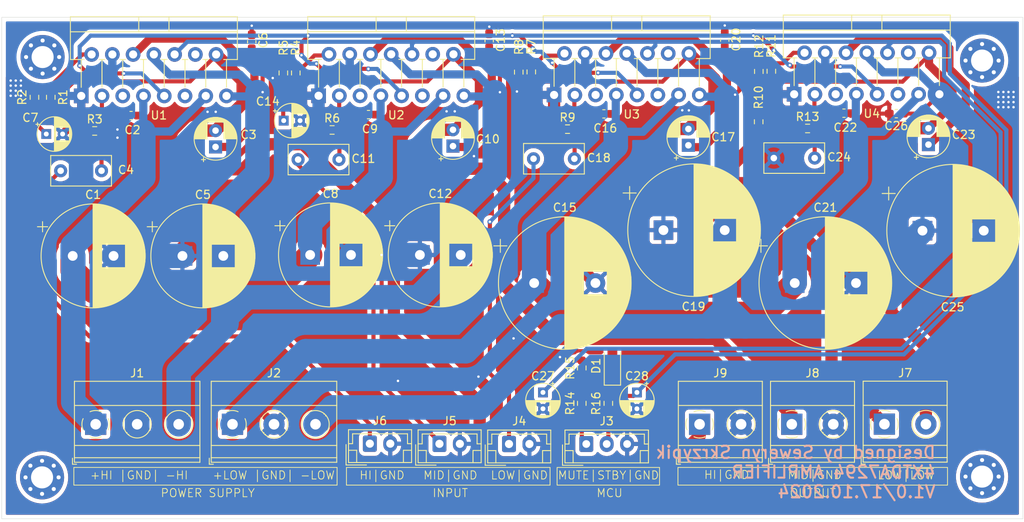
<source format=kicad_pcb>
(kicad_pcb (version 20240108) (generator "pcbnew") (generator_version "8.0")
  (layers (0 "F.Cu" signal) (31 "B.Cu" signal) (34 "B.Paste" user) (35 "F.Paste" user) (36 "B.SilkS" user "B.Silkscreen") (37 "F.SilkS" user "F.Silkscreen") (38 "B.Mask" user) (39 "F.Mask" user) (44 "Edge.Cuts" user))
  (net 0 "")
  (net 2 "Net-(U1-+)")
  (net 4 "GND")
  (net 5 "Net-(U1-BOOT)")
  (net 6 "Net-(U1--)")
  (net 8 "/MUTE")
  (net 9 "/STBY")
  (net 10 "Net-(U2-+)")
  (net 11 "Net-(U2-BOOT)")
  (net 12 "Net-(U3-+)")
  (net 13 "Net-(U3-BOOT)")
  (net 14 "Net-(U4-+)")
  (net 15 "Net-(U4-BOOT)")
  (net 16 "Net-(D1-K)")
  (net 17 "Net-(U2--)")
  (net 18 "Net-(U3--)")
  (net 19 "Net-(U4--)")
  (net 29 "+VS_HI{slash}MID")
  (net 30 "/OUT_HIGH")
  (net 31 "/IN_HIGH")
  (net 32 "-VS_HI{slash}MID")
  (net 33 "Net-(C7-Pad1)")
  (net 34 "/OUT_MID")
  (net 35 "/IN_MID")
  (net 36 "Net-(C14-Pad1)")
  (net 37 "+VS_LOW")
  (net 38 "/OUT_LOW+")
  (net 39 "/IN_LOW")
  (net 40 "-VS_LOW")
  (net 41 "/OUT_LOW-")
  (net 42 "/CTRL_MUTE")
  (net 43 "/CTRL_STBY")
  (footprint "MountingHole:MountingHole_2.7mm_Pad_Via" (layer "F.Cu") (at 122.431891 128.732109)
    (property "Reference" "H1" (hide yes))
    (property "Value" "MountingHole")
  )
  (footprint "MountingHole:MountingHole_2.7mm_Pad_Via" (layer "F.Cu") (at 237.5 128.639)
    (property "Reference" "H3" (hide yes))
    (property "Value" "MountingHole")
  )
  (footprint "Capacitor_THT:CP_Radial_D4.0mm_P2.00mm" (layer "F.Cu") (at 183.75 118.3265 -90)
    (property "Reference" "C27")
    (property "Value" "22uF")
  )
  (footprint "Connector_JST:JST_EH_B2B-EH-A_1x02_P2.50mm_Vertical" (layer "F.Cu") (at 179.59 124.644)
    (property "Reference" "J4")
    (property "Value" "Conn_01x02")
  )
  (footprint "Capacitor_SMD:C_0603_1608Metric_Pad1.08x0.95mm_HandSolder" (layer "F.Cu") (at 177.162742 75.239 -90)
    (property "Reference" "C13")
    (property "Value" "100nF")
  )
  (footprint "Resistor_SMD:R_0603_1608Metric_Pad0.98x0.95mm_HandSolder" (layer "F.Cu") (at 121.5 82.164 90)
    (property "Reference" "R2")
    (property "Value" "680")
  )
  (footprint "Capacitor_THT:C_Rect_L7.2mm_W3.5mm_P5.00mm_FKS2_FKP2_MKS2_MKP2" (layer "F.Cu") (at 124.709959 91.164)
    (property "Reference" "C4")
    (property "Value" "470nF")
  )
  (footprint "Resistor_SMD:R_0603_1608Metric_Pad0.98x0.95mm_HandSolder" (layer "F.Cu") (at 188.5 119.664 90)
    (property "Reference" "R14")
    (property "Value" "10K")
  )
  (footprint "Capacitor_SMD:C_0603_1608Metric_Pad1.08x0.95mm_HandSolder" (layer "F.Cu") (at 220.59416 84.11)
    (property "Reference" "C22")
    (property "Value" "100nF")
  )
  (footprint "Capacitor_THT:C_Rect_L7.2mm_W3.5mm_P5.00mm_FKS2_FKP2_MKS2_MKP2" (layer "F.Cu") (at 182.591959 89.694)
    (property "Reference" "C18")
    (property "Value" "560nF")
  )
  (footprint "Package_TO_SOT_THT:TO-220-15_P2.54x2.54mm_StaggerOdd_Lead4.58mm_Vertical" (layer "F.Cu") (at 156.282701 81.974)
    (property "Reference" "U2")
    (property "Value" "TDA7294")
  )
  (footprint "Capacitor_THT:CP_Radial_D5.0mm_P2.00mm" (layer "F.Cu") (at 172.732701 88.144 90)
    (property "Reference" "C10")
    (property "Value" "22uF")
  )
  (footprint "Capacitor_THT:CP_Radial_D12.5mm_P5.00mm" (layer "F.Cu") (at 139.618 101.598)
    (property "Reference" "C5")
    (property "Value" "1000uF")
  )
  (footprint "Capacitor_THT:CP_Radial_D5.0mm_P2.00mm" (layer "F.Cu") (at 201.549959 88.044 90)
    (property "Reference" "C17")
    (property "Value" "22uF")
  )
  (footprint "TerminalBlock_Phoenix:TerminalBlock_Phoenix_MKDS-1,5-2-5.08_1x02_P5.08mm_Horizontal" (layer "F.Cu") (at 225.545 122.209)
    (property "Reference" "J7")
    (property "Value" "Conn_01x02")
  )
  (footprint "Resistor_SMD:R_0603_1608Metric_Pad0.98x0.95mm_HandSolder" (layer "F.Cu") (at 182.319959 79.0565 90)
    (property "Reference" "R7")
    (property "Value" "22K")
  )
  (footprint "Connector_JST:JST_EH_B2B-EH-A_1x02_P2.50mm_Vertical" (layer "F.Cu") (at 171.075 124.624)
    (property "Reference" "J5")
    (property "Value" "Conn_01x02")
  )
  (footprint "Package_TO_SOT_THT:TO-220-15_P2.54x2.54mm_StaggerOdd_Lead4.58mm_Vertical" (layer "F.Cu") (at 127.227959 81.994)
    (property "Reference" "U1")
    (property "Value" "TDA7294")
  )
  (footprint "Resistor_SMD:R_0603_1608Metric_Pad0.98x0.95mm_HandSolder" (layer "F.Cu") (at 216.14166 85.981)
    (property "Reference" "R13")
    (property "Value" "22K")
  )
  (footprint "Capacitor_THT:CP_Radial_D4.0mm_P2.00mm" (layer "F.Cu") (at 195.25 118.3275 -90)
    (property "Reference" "C28")
    (property "Value" "22uF")
  )
  (footprint "Capacitor_THT:CP_Radial_D5.0mm_P2.00mm" (layer "F.Cu") (at 230.93666 87.96 90)
    (property "Reference" "C23")
    (property "Value" "22uF")
  )
  (footprint "Resistor_SMD:R_0603_1608Metric_Pad0.98x0.95mm_HandSolder" (layer "F.Cu") (at 188.5 115.3265 90)
    (property "Reference" "R15")
    (property "Value" "30K")
  )
  (footprint "Capacitor_THT:CP_Radial_D12.5mm_P5.00mm" (layer "F.Cu") (at 168.682742 101.478)
    (property "Reference" "C12")
    (property "Value" "1000uF")
  )
  (footprint "MountingHole:MountingHole_2.7mm_Pad_Via" (layer "F.Cu") (at 237.5 77.664)
    (property "Reference" "H2" (hide yes))
    (property "Value" "MountingHole")
  )
  (footprint "Capacitor_SMD:C_0603_1608Metric_Pad1.08x0.95mm_HandSolder" (layer "F.Cu") (at 227 84.164)
    (property "Reference" "C26")
    (property "Value" "100nF")
  )
  (footprint "Capacitor_SMD:C_0603_1608Metric_Pad1.08x0.95mm_HandSolder" (layer "F.Cu") (at 148.098 75.359 -90)
    (property "Reference" "C6")
    (property "Value" "100nF")
  )
  (footprint "TerminalBlock_Phoenix:TerminalBlock_Phoenix_MKDS-1,5-3-5.08_1x03_P5.08mm_Horizontal" (layer "F.Cu") (at 145.742742 122.224)
    (property "Reference" "J2")
    (property "Value" "Conn_01x03")
  )
  (footprint "Resistor_SMD:R_0603_1608Metric_Pad0.98x0.95mm_HandSolder" (layer "F.Cu") (at 128.872959 86.285)
    (property "Reference" "R3")
    (property "Value" "22K")
  )
  (footprint "Package_TO_SOT_THT:TO-220-15_P2.54x2.54mm_StaggerOdd_Lead4.58mm_Vertical" (layer "F.Cu") (at 214.49666 81.79)
    (property "Reference" "U4")
    (property "Value" "TDA7294")
  )
  (footprint "Capacitor_THT:C_Rect_L7.2mm_W3.5mm_P5.00mm_FKS2_FKP2_MKS2_MKP2" (layer "F.Cu") (at 153.774701 89.794)
    (property "Reference" "C11")
    (property "Value" "470nF")
  )
  (footprint "Resistor_SMD:R_0603_1608Metric_Pad0.98x0.95mm_HandSolder" (layer "F.Cu") (at 210.152742 85.164 90)
    (property "Reference" "R10")
    (property "Value" "22K")
  )
  (footprint "Resistor_SMD:R_0603_1608Metric_Pad0.98x0.95mm_HandSolder" (layer "F.Cu") (at 157.937701 86.165)
    (property "Reference" "R6")
    (property "Value" "22K")
  )
  (footprint "Package_TO_SOT_THT:TO-220-15_P2.54x2.54mm_StaggerOdd_Lead4.58mm_Vertical" (layer "F.Cu") (at 185.109959 81.874)
    (property "Reference" "U3")
    (property "Value" "TDA7294")
  )
  (footprint "Capacitor_THT:CP_Radial_D12.5mm_P5.00mm" (layer "F.Cu") (at 155.248742 101.478)
    (property "Reference" "C8")
    (property "Value" "1000uF")
  )
  (footprint "Capacitor_SMD:C_0603_1608Metric_Pad1.08x0.95mm_HandSolder" (layer "F.Cu") (at 162.392701 84.284)
    (property "Reference" "C9")
    (property "Value" "100nF")
  )
  (footprint "Capacitor_THT:CP_Radial_D5.0mm_P2.00mm" (layer "F.Cu") (at 143.667959 88.244 90)
    (property "Reference" "C3")
    (property "Value" "22uF")
  )
  (footprint "Capacitor_SMD:C_0603_1608Metric_Pad1.08x0.95mm_HandSolder" (layer "F.Cu") (at 133.327959 84.404)
    (property "Reference" "C2")
    (property "Value" "100nF")
  )
  (footprint "Resistor_SMD:R_0603_1608Metric_Pad0.98x0.95mm_HandSolder" (layer "F.Cu") (at 210.17266 78.996 90)
    (property "Reference" "R12")
    (property "Value" "680")
  )
  (footprint "Diode_SMD:D_SOD-123" (layer "F.Cu") (at 192.25 115.0765 90)
    (property "Reference" "D1")
    (property "Value" "1N4148WT")
  )
  (footprint "Capacitor_THT:C_Rect_L7.2mm_W3.5mm_P5.00mm_FKS2_FKP2_MKS2_MKP2" (layer "F.Cu") (at 212.00666 89.61)
    (property "Reference" "C24")
    (property "Value" "560nF")
  )
  (footprint "Capacitor_SMD:C_0603_1608Metric_Pad1.08x0.95mm_HandSolder" (layer "F.Cu") (at 206 75.164 -90)
    (property "Reference" "C20")
    (property "Value" "100nF")
  )
  (footprint "Capacitor_THT:CP_Radial_D16.0mm_P7.50mm" (layer "F.Cu") (at 230.207246 98.504)
    (property "Reference" "C25")
    (property "Value" "2200uF")
  )
  (footprint "Resistor_SMD:R_0603_1608Metric_Pad0.98x0.95mm_HandSolder" (layer "F.Cu") (at 123.5 82.164 90)
    (property "Reference" "R1")
    (property "Value" "22K")
  )
  (footprint "TerminalBlock_Phoenix:TerminalBlock_Phoenix_MKDS-1,5-2-5.08_1x02_P5.08mm_Horizontal" (layer "F.Cu") (at 202.92 122.224)
    (property "Reference" "J9")
    (property "Value" "Conn_01x02")
  )
  (footprint "TerminalBlock_Phoenix:TerminalBlock_Phoenix_MKDS-1,5-2-5.08_1x02_P5.08mm_Horizontal" (layer "F.Cu") (at 214.205 122.224)
    (property "Reference" "J8")
    (property "Value" "Conn_01x02")
  )
  (footprint "Resistor_SMD:R_0603_1608Metric_Pad0.98x0.95mm_HandSolder" (layer "F.Cu") (at 180.785959 79.08 90)
    (property "Reference" "R8")
    (property "Value" "680")
  )
  (footprint "Resistor_SMD:R_0603_1608Metric_Pad0.98x0.95mm_HandSolder" (layer "F.Cu") (at 211.70666 78.9725 90)
    (property "Reference" "R11")
    (property "Value" "22K")
  )
  (footprint "Capacitor_THT:CP_Radial_D16.0mm_P7.50mm" (layer "F.Cu") (at 214.567246 104.924)
    (property "Reference" "C21")
    (property "Value" "2200uF")
  )
  (footprint "Resistor_SMD:R_0603_1608Metric_Pad0.98x0.95mm_HandSolder" (layer "F.Cu") (at 153.492701 79.18 90)
    (property "Reference" "R4")
    (property "Value" "22K")
  )
  (footprint "Capacitor_SMD:C_0603_1608Metric_Pad1.08x0.95mm_HandSolder" (layer "F.Cu") (at 191.207459 84.194)
    (property "Reference" "C16")
    (property "Value" "100nF")
  )
  (footprint "MountingHole:MountingHole_2.7mm_Pad_Via" (layer "F.Cu") (at 122.5 77.232109)
    (property "Reference" "H4" (hide yes))
    (property "Value" "MountingHole")
  )
  (footprint "Capacitor_THT:CP_Radial_D12.5mm_P5.00mm" (layer "F.Cu") (at 126.184 101.598)
    (property "Reference" "C1")
    (property "Value" "1000uF")
  )
  (footprint "Resistor_SMD:R_0603_1608Metric_Pad0.98x0.95mm_HandSolder" (layer "F.Cu") (at 151.968701 79.18 90)
    (property "Reference" "R5")
    (property "Value" "680")
  )
  (footprint "Connector_JST:JST_EH_B2B-EH-A_1x02_P2.50mm_Vertical" (layer "F.Cu") (at 162.555 124.604)
    (property "Reference" "J6")
    (property "Value" "Conn_01x02")
  )
  (footprint "Resistor_SMD:R_0603_1608Metric_Pad0.98x0.95mm_HandSolder" (layer "F.Cu") (at 191.75 119.664 -90)
    (property "Reference" "R16")
    (property "Value" "22K")
  )
  (footprint "Capacitor_THT:CP_Radial_D4.0mm_P2.00mm" (layer "F.Cu") (at 122.94736 86.664)
    (property "Reference" "C7")
    (property "Value" "22uF")
  )
  (footprint "Resistor_SMD:R_0603_1608Metric_Pad0.98x0.95mm_HandSolder" (layer "F.Cu") (at 186.754959 86.065)
    (property "Reference" "R9")
    (property "Value" "22K")
  )
  (footprint "TerminalBlock_Phoenix:TerminalBlock_Phoenix_MKDS-1,5-3-5.08_1x03_P5.08mm_Horizontal" (layer "F.Cu") (at 128.992742 122.224)
    (property "Reference" "J1")
    (property "Value" "Conn_01x03")
  )
  (footprint "Capacitor_THT:CP_Radial_D16.0mm_P7.50mm" (layer "F.Cu") (at 198.497246 98.444)
    (property "Reference" "C19")
    (property "Value" "2200uF")
  )
  (footprint "Capacitor_THT:CP_Radial_D4.0mm_P2.00mm" (layer "F.Cu") (at 152.012102 85.022)
    (property "Reference" "C14")
    (property "Value" "22uF")
  )
  (footprint "Connector_JST:JST_EH_B3B-EH-A_1x03_P2.50mm_Vertical" (layer "F.Cu") (at 189.05 124.644)
    (property "Reference" "J3")
    (property "Value" "Conn_01x03")
  )
  (footprint "Capacitor_THT:CP_Radial_D16.0mm_P7.50mm" (layer "F.Cu") (at 182.67 104.924)
    (property "Reference" "C15")
    (property "Value" "2200uF")
  )
  (gr_rect (start 185.48 127.514) (end 198.02 129.684) (stroke (width 0.1)) (fill none) (layer "F.SilkS"))
  (gr_rect (start 159.69 127.514) (end 184.62 129.684) (stroke (width 0.1)) (fill none) (layer "F.SilkS"))
  (gr_rect (start 126.32 127.514) (end 158.55 129.684) (stroke (width 0.1)) (fill none) (layer "F.SilkS"))
  (gr_rect (start 200.27 127.514) (end 233.27 129.684) (stroke (width 0.1)) (fill none) (layer "F.SilkS"))
  (gr_rect (start 117.5 72.364) (end 242.5 133.814) (stroke (width 0.05)) (fill none) (layer "Edge.Cuts"))
  (gr_text "Designed by Seweryn Skrzypik\n4XTDA7294 AMPLIFIER\nV1.0/17.10.2024\n\n" (at 231.95 133.794 0) (layer "B.SilkS") (effects (font (size 1.5 1.5) (thickness 0.25) (bold yes)) (justify left bottom mirror)))
  (gr_text "LOW|GND" (at 177.29 129.06 0) (layer "F.SilkS") (effects (font (size 1 1) (thickness 0.1)) (justify left bottom)))
  (gr_text "MUTE|STBY|GND" (at 185.51 129.06 0) (layer "F.SilkS") (effects (font (size 1 1) (thickness 0.1)) (justify left bottom)))
  (gr_text "HI|GND" (at 203.41 129.004 0) (layer "F.SilkS") (effects (font (size 1 1) (thickness 0.1)) (justify left bottom)))
  (gr_text "+LOW |GND| -LOW" (at 143.25 129.06 0) (layer "F.SilkS") (effects (font (size 1 1) (thickness 0.1)) (justify left bottom)))
  (gr_text "INPUT" (at 170.17 131.234 0) (layer "F.SilkS") (effects (font (size 1 1) (thickness 0.1)) (justify left bottom)))
  (gr_text "HI|GND" (at 161.22 129.06 0) (layer "F.SilkS") (effects (font (size 1 1) (thickness 0.1)) (justify left bottom)))
  (gr_text "+HI |GND| -HI" (at 128.25 129.06 0) (layer "F.SilkS") (effects (font (size 1 1) (thickness 0.1)) (justify left bottom)))
  (gr_text "POWER SUPPLY" (at 136.89 131.234 0) (layer "F.SilkS") (effects (font (size 1 1) (thickness 0.1)) (justify left bottom)))
  (gr_text "LOW|~{LOW}" (at 224.65 129.044 0) (layer "F.SilkS") (effects (font (size 1 1) (thickness 0.1)) (justify left bottom)))
  (gr_text "MID|GND" (at 169.04 129.06 0) (layer "F.SilkS") (effects (font (size 1 1) (thickness 0.1)) (justify left bottom)))
  (gr_text "OUTPUT" (at 213.89 131.234 0) (layer "F.SilkS") (effects (font (size 1 1) (thickness 0.1)) (justify left bottom)))
  (gr_text "MCU" (at 190.24 131.234 0) (layer "F.SilkS") (effects (font (size 1 1) (thickness 0.1)) (justify left bottom)))
  (gr_text "MID|GND" (at 213.64 129.024 0) (layer "F.SilkS") (effects (font (size 1 1) (thickness 0.1)) (justify left bottom)))
  (segment (start 129.756959 82.111) (end 129.756959 86.2565) (width 0.5) (layer "F.Cu") (net 2))
  (segment (start 129.756959 86.2565) (end 129.785459 86.285) (width 0.5) (layer "F.Cu") (net 2))
  (segment (start 129.709959 82.092) (end 129.744959 82.057) (width 0.2) (layer "F.Cu") (net 2))
  (segment (start 129.709959 91.164) (end 129.709959 86.3605) (width 0.5) (layer "F.Cu") (net 2))
  (segment (start 129.709959 86.3605) (end 129.785459 86.285) (width 0.5) (layer "F.Cu") (net 2))
  (segment (start 156.937026 98.166284) (end 143.049716 98.166284) (width 3) (layer "F.Cu") (net 4))
  (segment (start 148.098 74.4965) (end 148.098 73.396) (width 0.5) (layer "F.Cu") (net 4))
  (segment (start 180.92 81.454) (end 180.56 81.454) (width 0.5) (layer "F.Cu") (net 4))
  (segment (start 127.227959 81.994) (end 127.227959 84.383401) (width 1) (layer "F.Cu") (net 4))
  (segment (start 180.785959 79.9925) (end 180.785959 81.319959) (width 0.5) (layer "F.Cu") (net 4))
  (segment (start 143.049716 98.166284) (end 139.618 101.598) (width 3) (layer "F.Cu") (net 4))
  (segment (start 210.17266 79.9085) (end 210.17266 80.93666) (width 0.5) (layer "F.Cu") (net 4))
  (segment (start 177.162742 73.531258) (end 177.18 73.514) (width 0.5) (layer "F.Cu") (net 4))
  (segment (start 206 74.3015) (end 206 73.364) (width 0.5) (layer "F.Cu") (net 4))
  (segment (start 177.162742 74.3765) (end 177.162742 73.531258) (width 0.5) (layer "F.Cu") (net 4))
  (segment (start 180.56 81.094) (end 181.34 81.874) (width 0.5) (layer "F.Cu") (net 4))
  (segment (start 160.248742 101.478) (end 156.937026 98.166284) (width 3) (layer "F.Cu") (net 4))
  (segment (start 185.109959 99.863959) (end 190.17 104.924) (width 1.5) (layer "F.Cu") (net 4))
  (segment (start 180.785959 81.319959) (end 180.92 81.454) (width 0.5) (layer "F.Cu") (net 4))
  (segment (start 181.34 81.874) (end 185.109959 81.874) (width 0.5) (layer "F.Cu") (net 4))
  (segment (start 211.026 81.79) (end 214.49666 81.79) (width 0.5) (layer "F.Cu") (net 4))
  (segment (start 180.56 81.454) (end 180.56 81.094) (width 0.5) (layer "F.Cu") (net 4))
  (segment (start 222.067246 99.670586) (end 222.067246 104.924) (width 3) (layer "F.Cu") (net 4))
  (segment (start 210.17266 80.93666) (end 211.026 81.79) (width 0.5) (layer "F.Cu") (net 4))
  (segment (start 127.227959 84.383401) (end 124.94736 86.664) (width 1) (layer "F.Cu") (net 4))
  (segment (start 148.098 73.396) (end 148.1 73.394) (width 0.5) (layer "F.Cu") (net 4))
  (segment (start 212.00666 89.61) (end 222.067246 99.670586) (width 3) (layer "F.Cu") (net 4))
  (segment (start 185.109959 81.874) (end 185.109959 99.863959) (width 1.5) (layer "F.Cu") (net 4))
  (via (at 239.49 82.134) (size 0.6) (drill 0.3) (layers "F.Cu" "B.Cu") (net 4))
  (via (at 240.73 81.514) (size 0.6) (drill 0.3) (layers "F.Cu" "B.Cu") (net 4))
  (via (at 241.35 82.134) (size 0.6) (drill 0.3) (layers "F.Cu" "B.Cu") (net 4))
  (via (at 240.11 82.754) (size 0.6) (drill 0.3) (layers "F.Cu" "B.Cu") (net 4))
  (via (at 119.21 80.114) (size 0.6) (drill 0.3) (layers "F.Cu" "B.Cu") (net 4))
  (via (at 119.84 80.734) (size 0.6) (drill 0.3) (layers "F.Cu" "B.Cu") (net 4))
  (via (at 240.73 82.134) (size 0.6) (drill 0.3) (layers "F.Cu" "B.Cu") (net 4))
  (via (at 131.66 87.114) (size 0.6) (drill 0.3) (layers "F.Cu" "B.Cu") (net 4))
  (via (at 119.84 81.974) (size 0.6) (drill 0.3) (layers "F.Cu" "B.Cu") (net 4))
  (via (at 150.67 79.804) (size 0.6) (drill 0.3) (layers "F.Cu" "B.Cu") (net 4))
  (via (at 163.99 101.478) (size 0.6) (drill 0.3) (layers "F.Cu" "B.Cu") (net 4))
  (via (at 118.59 81.354) (size 0.6) (drill 0.3) (layers "F.Cu" "B.Cu") (net 4))
  (via (at 240.73 83.374) (size 0.6) (drill 0.3) (layers "F.Cu" "B.Cu") (net 4))
  (via (at 118.59 80.114) (size 0.6) (drill 0.3) (layers "F.Cu" "B.Cu") (net 4))
  (via (at 240.11 82.134) (size 0.6) (drill 0.3) (layers "F.Cu" "B.Cu") (net 4))
  (via (at 175.85 116.394) (size 0.6) (drill 0.3) (layers "F.Cu" "B.Cu") (net 4))
  (via (at 119.21 81.974) (size 0.6) (drill 0.3) (layers "F.Cu" "B.Cu") (net 4))
  (via (at 171.95 83.884) (size 0.6) (drill 0.3) (layers "F.Cu" "B.Cu") (net 4))
  (via (at 118.59 81.974) (size 0.6) (drill 0.3) (layers "F.Cu" "B.Cu") (net 4))
  (via (at 240.11 81.514) (size 0.6) (drill 0.3) (layers "F.Cu" "B.Cu") (net 4))
  (via (at 148.1 73.394) (size 0.6) (drill 0.3) (layers "F.Cu" "B.Cu") (net 4))
  (via (at 131.66 86.114) (size 0.6) (drill 0.3) (layers "F.Cu" "B.Cu") (net 4))
  (via (at 180.56 81.454) (size 0.6) (drill 0.3) (layers "F.Cu" "B.Cu") (net 4))
  (via (at 177.18 73.514) (size 0.6) (drill 0.3) (layers "F.Cu" "B.Cu") (net 4))
  (via (at 201.61 83.764) (size 0.6) (drill 0.3) (layers "F.Cu" "B.Cu") (net 4))
  (via (at 119.84 81.354) (size 0.6) (drill 0.3) (layers "F.Cu" "B.Cu") (net 4))
  (via (at 239.49 81.514) (size 0.6) (drill 0.3) (layers "F.Cu" "B.Cu") (net 4))
  (via (at 175.3 89.374) (size 0.6) (drill 0.3) (layers "F.Cu" "B.Cu") (net 4))
  (via (at 240.73 82.754) (size 0.6) (drill 0.3) (layers "F.Cu" "B.Cu") (net 4))
  (via (at 172.95 83.884) (size 0.6) (drill 0.3) (layers "F.Cu" "B.Cu") (net 4))
  (via (at 180.15 111.704) (size 0.6) (drill 0.3) (layers "F.Cu" "B.Cu") (net 4))
  (via (at 166 116.914) (size 0.6) (drill 0.3) (layers "F.Cu" "B.Cu") (net 4))
  (via (at 239.49 83.374) (size 0.6) (drill 0.3) (layers "F.Cu" "B.Cu") (net 4))
  (via (at 119.21 81.354) (size 0.6) (drill 0.3) (layers "F.Cu" "B.Cu") (net 4))
  (via (at 118.59 80.734) (size 0.6) (drill 0.3) (layers "F.Cu" "B.Cu") (net 4))
  (via (at 119.21 80.734) (size 0.6) (drill 0.3) (layers "F.Cu" "B.Cu") (net 4))
  (via (at 185.83 113.994) (size 0.6) (drill 0.3) (layers "F.Cu" "B.Cu") (net 4))
  (via (at 239.49 82.754) (size 0.6) (drill 0.3) (layers "F.Cu" "B.Cu") (net 4))
  (via (at 241.35 82.754) (size 0.6) (drill 0.3) (layers "F.Cu" "B.Cu") (net 4))
  (via (at 206 73.364) (size 0.6) (drill 0.3) (layers "F.Cu" "B.Cu") (net 4))
  (via (at 240.11 83.374) (size 0.6) (drill 0.3) (layers "F.Cu" "B.Cu") (net 4))
  (via (at 200.8 83.754) (size 0.6) (drill 0.3) (layers "F.Cu" "B.Cu") (net 4))
  (via (at 119.84 80.114) (size 0.6) (drill 0.3) (layers "F.Cu" "B.Cu") (net 4))
  (via (at 241.35 81.514) (size 0.6) (drill 0.3) (layers "F.Cu" "B.Cu") (net 4))
  (via (at 143.69 83.944) (size 0.6) (drill 0.3) (layers "F.Cu" "B.Cu") (net 4))
  (via (at 241.35 83.374) (size 0.6) (drill 0.3) (layers "F.Cu" "B.Cu") (net 4))
  (via (at 142.69 83.944) (size 0.6) (drill 0.3) (layers "F.Cu" "B.Cu") (net 4))
  (segment (start 156.282701 81.974) (end 156.282701 80.941299) (width 1) (layer "B.Cu") (net 4))
  (segment (start 214.49666 81.79) (end 214.49666 80.14734) (width 1) (layer "B.Cu") (net 4))
  (segment (start 127.209959 93.954041) (end 127.209959 87.104599) (width 3) (layer "B.Cu") (net 4))
  (segment (start 188.919959 79.424041) (end 188.919959 76.794) (width 1) (layer "B.Cu") (net 4))
  (segment (start 153.464 103.628) (end 158.098742 103.628) (width 1.5) (layer "B.Cu") (net 4))
  (segment (start 129.09 79.374) (end 130.98 79.374) (width 1) (layer "B.Cu") (net 4))
  (segment (start 152.781742 93.261833) (end 152.781742 102.945742) (width 1.5) (layer "B.Cu") (net 4))
  (segment (start 222.067246 104.924) (end 223.787246 104.924) (width 3) (layer "B.Cu") (net 4))
  (segment (start 152.781742 102.945742) (end 153.464 103.628) (width 1.5) (layer "B.Cu") (net 4))
  (segment (start 185.109959 81.874) (end 185.109959 80.894041) (width 1) (layer "B.Cu") (net 4))
  (segment (start 126.481091 126.275091) (end 122.209959 122.003959) (width 3) (layer "B.Cu") (net 4))
  (segment (start 186.55 79.454) (end 188.89 79.454) (width 1) (layer "B.Cu") (net 4))
  (segment (start 156.282701 81.974) (end 156.282701 89.760874) (width 1.5) (layer "B.Cu") (net 4))
  (segment (start 127.227959 81.994) (end 127.227959 81.236041) (width 1) (layer "B.Cu") (net 4))
  (segment (start 218.17 79.334) (end 218.30666 79.19734) (width 1) (layer "B.Cu") (net 4))
  (segment (start 214.49666 80.14734) (end 215.31 79.334) (width 1) (layer "B.Cu") (net 4))
  (segment (start 157.68 79.544) (end 160.04 79.544) (width 1) (layer "B.Cu") (net 4))
  (segment (start 218.30666 79.19734) (end 218.30666 76.71) (width 1) (layer "B.Cu") (net 4))
  (segment (start 160.092701 79.491299) (end 160.092701 76.894) (width 1) (layer "B.Cu") (net 4))
  (segment (start 130.98 79.374) (end 131.037959 79.316041) (width 1) (layer "B.Cu") (net 4))
  (segment (start 131.037959 79.316041) (end 131.037959 76.914) (width 1) (layer "B.Cu") (net 4))
  (segment (start 127.227959 81.236041) (end 129.09 79.374) (width 1) (layer "B.Cu") (net 4))
  (segment (start 136 101.598) (end 134.072742 103.525258) (width 3) (layer "B.Cu") (net 4))
  (segment (start 139.618 101.598) (end 136 101.598) (width 3) (layer "B.Cu") (net 4))
  (segment (start 156.282701 89.760874) (end 152.781742 93.261833) (width 1.5) (layer "B.Cu") (net 4))
  (segment (start 160.248742 101.478) (end 168.682742 101.478) (width 3) (layer "B.Cu") (net 4))
  (segment (start 160.04 79.544) (end 160.092701 79.491299) (width 1) (layer "B.Cu") (net 4))
  (segment (start 122.209959 98.954041) (end 127.209959 93.954041) (width 3) (layer "B.Cu") (net 4))
  (segment (start 215.31 79.334) (end 218.17 79.334) (width 1) (layer "B.Cu") (net 4))
  (segment (start 134.072742 123.371258) (end 131.168909 126.275091) (width 3) (layer "B.Cu") (net 4))
  (segment (start 131.168909 126.275091) (end 126.481091 126.275091) (width 3) (layer "B.Cu") (net 4))
  (segment (start 156.282701 80.941299) (end 157.68 79.544) (width 1) (layer "B.Cu") (net 4))
  (segment (start 158.098742 103.628) (end 160.248742 101.478) (width 1.5) (layer "B.Cu") (net 4))
  (segment (start 122.209959 122.003959) (end 122.209959 98.954041) (width 3) (layer "B.Cu") (net 4))
  (segment (start 136 101.598) (end 131.184 101.598) (width 3) (layer "B.Cu") (net 4))
  (segment (start 185.109959 80.894041) (end 186.55 79.454) (width 1) (layer "B.Cu") (net 4))
  (segment (start 188.89 79.454) (end 188.919959 79.424041) (width 1) (layer "B.Cu") (net 4))
  (segment (start 134.072742 103.525258) (end 134.072742 123.371258) (width 3) (layer "B.Cu") (net 4))
  (segment (start 223.787246 104.924) (end 230.207246 98.504) (width 3) (layer "B.Cu") (net 4))
  (segment (start 148.430959 79.046) (end 144.358959 74.974) (width 1) (layer "F.Cu") (net 5))
  (segment (start 135.623959 74.974) (end 133.566959 77.031) (width 1) (layer "F.Cu") (net 5))
  (segment (start 144.358959 74.974) (end 135.623959 74.974) (width 1) (layer "F.Cu") (net 5))
  (segment (start 148.430959 85.396) (end 148.430959 79.046) (width 1) (layer "F.Cu") (net 5))
  (segment (start 143.667959 88.244) (end 145.582959 88.244) (width 1) (layer "F.Cu") (net 5))
  (segment (start 145.582959 88.244) (end 148.430959 85.396) (width 1) (layer "F.Cu") (net 5))
  (segment (start 127.35 76.914) (end 123.5 80.764) (width 0.5) (layer "F.Cu") (net 6))
  (segment (start 128.497959 76.914) (end 127.35 76.914) (width 0.5) (layer "F.Cu") (net 6))
  (segment (start 123.5 80.764) (end 123.5 81.2515) (width 0.5) (layer "F.Cu") (net 6))
  (segment (start 121.5 81.2515) (end 123.5 81.2515) (width 0.5) (layer "F.Cu") (net 6))
  (segment (start 188.5 114.414) (end 187.6625 114.414) (width 0.5) (layer "F.Cu") (net 8))
  (segment (start 191.2625 114.414) (end 188.5 114.414) (width 0.5) (layer "F.Cu") (net 8))
  (segment (start 192.25 113.4265) (end 191.2625 114.414) (width 0.5) (layer "F.Cu") (net 8))
  (segment (start 187.6625 114.414) (end 183.75 118.3265) (width 0.5) (layer "F.Cu") (net 8))
  (segment (start 138.657959 76.914) (end 140.211959 75.36) (width 0.5) (layer "B.Cu") (net 8))
  (segment (start 197.5 75.36) (end 226.5 75.36) (width 0.5) (layer "B.Cu") (net 8))
  (segment (start 196.539959 76.794) (end 197.5 75.833959) (width 0.5) (layer "B.Cu") (net 8))
  (segment (start 167.712701 75.647299) (end 168 75.36) (width 0.5) (layer "B.Cu") (net 8))
  (segment (start 239.77 86.465624) (end 239.77 100.841716) (width 0.5) (layer "B.Cu") (net 8))
  (segment (start 168 75.36) (end 197.5 75.36) (width 0.5) (layer "B.Cu") (net 8))
  (segment (start 189.1125 112.964) (end 183.75 118.3265) (width 0.5) (layer "B.Cu") (net 8))
  (segment (start 167.712701 76.894) (end 167.712701 75.647299) (width 0.5) (layer "B.Cu") (net 8))
  (segment (start 226.5 75.36) (end 232.346 75.36) (width 0.5) (layer "B.Cu") (net 8))
  (segment (start 140.211959 75.36) (end 168 75.36) (width 0.5) (layer "B.Cu") (net 8))
  (segment (start 227.647716 112.964) (end 189.1125 112.964) (width 0.5) (layer "B.Cu") (net 8))
  (segment (start 225.92666 76.71) (end 225.92666 75.93334) (width 0.5) (layer "B.Cu") (net 8))
  (segment (start 232.346 75.36) (end 232.85 75.864) (width 0.5) (layer "B.Cu") (net 8))
  (segment (start 239.77 100.841716) (end 227.647716 112.964) (width 0.5) (layer "B.Cu") (net 8))
  (segment (start 197.5 75.833959) (end 197.5 75.36) (width 0.5) (layer "B.Cu") (net 8))
  (segment (start 232.85 79.545624) (end 239.77 86.465624) (width 0.5) (layer "B.Cu") (net 8))
  (segment (start 225.92666 75.93334) (end 226.5 75.36) (width 0.5) (layer "B.Cu") (net 8))
  (segment (start 232.85 75.864) (end 232.85 79.545624) (width 0.5) (layer "B.Cu") (net 8))
  (segment (start 214.134626 78.394) (end 220.15 78.394) (width 0.5) (layer "F.Cu") (net 9))
  (segment (start 154.18908 75.47492) (end 154.18908 77.00492) (width 0.5) (layer "F.Cu") (net 9))
  (segment (start 155 74.61) (end 155 74.664) (width 0.5) (layer "F.Cu") (net 9))
  (segment (start 186.12 79.164) (end 190.5 79.164) (width 0.5) (layer "F.Cu") (net 9))
  (segment (start 191.75 118.7515) (end 194.826 118.7515) (width 0.5) (layer "F.Cu") (net 9))
  (segment (start 180 74.61) (end 180.912041 74.61) (width 0.5) (layer "F.Cu") (net 9))
  (segment (start 194.826 118.7515) (end 195.25 118.3275) (width 0.5) (layer "F.Cu") (net 9))
  (segment (start 127.9955 79.2395) (end 127.040331 78.284331) (width 0.5) (layer "F.Cu") (net 9))
  (segment (start 155 74.664) (end 154.18908 75.47492) (width 0.5) (layer "F.Cu") (net 9))
  (segment (start 182.48302 76.180979) (end 182.483021 76.180979) (width 0.5) (layer "F.Cu") (net 9))
  (segment (start 132.449799 79.2395) (end 127.9955 79.2395) (width 0.5) (layer "F.Cu") (net 9))
  (segment (start 162.37 78.674) (end 156.64 78.674) (width 0.5) (layer "F.Cu") (net 9))
  (segment (start 212.00908 76.39492) (end 210.22416 74.61) (width 0.5) (layer "F.Cu") (net 9))
  (segment (start 180.912041 74.61) (end 182.48302 76.180979) (width 0.5) (layer "F.Cu") (net 9))
  (segment (start 213.962974 78.222348) (end 214.134626 78.394) (width 0.5) (layer "F.Cu") (net 9))
  (segment (start 210.22416 74.61) (end 209.5 74.61) (width 0.5) (layer "F.Cu") (net 9))
  (segment (start 184.88 77.924) (end 186.12 79.164) (width 0.5) (layer "F.Cu") (net 9))
  (segment (start 162.38 78.684) (end 162.37 78.674) (width 0.5) (layer "F.Cu") (net 9))
  (segment (start 156.64 78.674) (end 156.01 78.044) (width 0.5) (layer "F.Cu") (net 9))
  (via (at 212.00908 76.39492) (size 0.6) (drill 0.3) (layers "F.Cu" "B.Cu") (net 9))
  (via (at 155 74.61) (size 0.6) (drill 0.3) (layers "F.Cu" "B.Cu") (net 9))
  (via (at 220.15 78.394) (size 0.6) (drill 0.3) (layers "F.Cu" "B.Cu") (net 9))
  (via (at 182.483021 76.180979) (size 0.6) (drill 0.3) (layers "F.Cu" "B.Cu") (net 9))
  (via (at 154.18908 77.00492) (size 0.6) (drill 0.3) (layers "F.Cu" "B.Cu") (net 9))
  (via (at 162.38 78.684) (size 0.6) (drill 0.3) (layers "F.Cu" "B.Cu") (net 9))
  (via (at 190.5 79.164) (size 0.6) (drill 0.3) (layers "F.Cu" "B.Cu") (net 9))
  (via (at 184.88 77.924) (size 0.6) (drill 0.3) (layers "F.Cu" "B.Cu") (net 9))
  (via (at 156.01 78.044) (size 0.6) (drill 0.3) (layers "F.Cu" "B.Cu") (net 9))
  (via (at 213.962974 78.222348) (size 0.6) (drill 0.3) (layers "F.Cu" "B.Cu") (net 9))
  (via (at 180 74.61) (size 0.6) (drill 0.3) (layers "F.Cu" "B.Cu") (net 9))
  (via (at 132.449799 79.2395) (size 0.6) (drill 0.3) (layers "F.Cu" "B.Cu") (net 9))
  (via (at 127.040331 78.284331) (size 0.6) (drill 0.3) (layers "F.Cu" "B.Cu") (net 9))
  (via (at 209.5 74.61) (size 0.6) (drill 0.3) (layers "F.Cu" "B.Cu") (net 9))
  (segment (start 233.55 75.57405) (end 233.55 79.255674) (width 0.5) (layer "B.Cu") (net 9))
  (segment (start 154.18908 77.00492) (end 155.22816 78.044) (width 0.5) (layer "B.Cu") (net 9))
  (segment (start 155 74.61) (end 128.374 74.61) (width 0.5) (layer "B.Cu") (net 9))
  (segment (start 155.22816 78.044) (end 156.01 78.044) (width 0.5) (layer "B.Cu") (net 9))
  (segment (start 195.216041 81.433641) (end 195.216041 81.664) (width 0.5) (layer "B.Cu") (net 9))
  (segment (start 232.58595 74.61) (end 233.55 75.57405) (width 0.5) (layer "B.Cu") (net 9))
  (segment (start 163.4496 78.684) (end 166.502721 81.737121) (width 0.5) (layer "B.Cu") (net 9))
  (segment (start 213.836508 78.222348) (end 213.962974 78.222348) (width 0.5) (layer "B.Cu") (net 9))
  (segment (start 233.55 79.255674) (end 240.47 86.175674) (width 0.5) (layer "B.Cu") (net 9))
  (segment (start 182.88908 76.587038) (end 182.483021 76.180979) (width 0.5) (layer "B.Cu") (net 9))
  (segment (start 199.9135 113.664) (end 195.25 118.3275) (width 0.5) (layer "B.Cu") (net 9))
  (segment (start 192.8596 79.164) (end 195.202721 81.507121) (width 0.5) (layer "B.Cu") (net 9))
  (segment (start 221.5896 78.394) (end 224.702721 81.507121) (width 0.5) (layer "B.Cu") (net 9))
  (segment (start 155 74.61) (end 209.5 74.61) (width 0.5) (layer "B.Cu") (net 9))
  (segment (start 162.38 78.684) (end 163.4496 78.684) (width 0.5) (layer "B.Cu") (net 9))
  (segment (start 183.543038 76.587038) (end 182.88908 76.587038) (width 0.5) (layer "B.Cu") (net 9))
  (segment (start 134.633459 79.2395) (end 137.387959 81.994) (width 0.5) (layer "B.Cu") (net 9))
  (segment (start 127.040331 75.943669) (end 127.040331 78.284331) (width 0.5) (layer "B.Cu") (net 9))
  (segment (start 224.702721 81.507121) (end 224.702721 81.974) (width 0.5) (layer "B.Cu") (net 9))
  (segment (start 220.15 78.394) (end 221.5896 78.394) (width 0.5) (layer "B.Cu") (net 9))
  (segment (start 212.00908 76.39492) (end 213.836508 78.222348) (width 0.5) (layer "B.Cu") (net 9))
  (segment (start 154.18908 77.00492) (end 154.456201 77.272041) (width 0.5) (layer "B.Cu") (net 9))
  (segment (start 132.449799 79.2395) (end 134.633459 79.2395) (width 0.5) (layer "B.Cu") (net 9))
  (segment (start 128.374 74.61) (end 127.040331 75.943669) (width 0.5) (layer "B.Cu") (net 9))
  (segment (start 192.8596 79.164) (end 190.5 79.164) (width 0.5) (layer "B.Cu") (net 9))
  (segment (start 240.47 86.175674) (end 240.47 101.131666) (width 0.5) (layer "B.Cu") (net 9))
  (segment (start 184.88 77.924) (end 183.543038 76.587038) (width 0.5) (layer "B.Cu") (net 9))
  (segment (start 227.937666 113.664) (end 199.9135 113.664) (width 0.5) (layer "B.Cu") (net 9))
  (segment (start 240.47 101.131666) (end 227.937666 113.664) (width 0.5) (layer "B.Cu") (net 9))
  (segment (start 209.5 74.61) (end 232.58595 74.61) (width 0.5) (layer "B.Cu") (net 9))
  (segment (start 158.833201 86.292) (end 158.833201 89.8455) (width 0.5) (layer "F.Cu") (net 10))
  (segment (start 158.804701 82.118) (end 158.804701 86.2635) (width 0.5) (layer "F.Cu") (net 10))
  (segment (start 158.757701 82.099) (end 158.792701 82.064) (width 0.2) (layer "F.Cu") (net 10))
  (segment (start 158.833201 89.8455) (end 158.757701 89.921) (width 0.5) (layer "F.Cu") (net 10))
  (segment (start 158.804701 86.2635) (end 158.833201 86.292) (width 0.5) (layer "F.Cu") (net 10))
  (segment (start 174.630701 88.251) (end 177.478701 85.403) (width 1) (layer "F.Cu") (net 11))
  (segment (start 177.478701 85.403) (end 177.478701 79.053) (width 1) (layer "F.Cu") (net 11))
  (segment (start 172.715701 88.251) (end 174.630701 88.251) (width 1) (layer "F.Cu") (net 11))
  (segment (start 164.671701 74.981) (end 162.614701 77.038) (width 1) (layer "F.Cu") (net 11))
  (segment (start 171.402742 74.981) (end 164.671701 74.981) (width 1) (layer "F.Cu") (net 11))
  (segment (start 173.406701 74.981) (end 171.402742 74.981) (width 1) (layer "F.Cu") (net 11))
  (segment (start 177.478701 79.053) (end 173.406701 74.981) (width 1) (layer "F.Cu") (net 11))
  (segment (start 187.620541 86.317) (end 187.620541 89.8705) (width 0.5) (layer "F.Cu") (net 12))
  (segment (start 187.592041 82.143) (end 187.592041 86.2885) (width 0.5) (layer "F.Cu") (net 12))
  (segment (start 187.592041 86.2885) (end 187.620541 86.317) (width 0.5) (layer "F.Cu") (net 12))
  (segment (start 187.545041 82.124) (end 187.580041 82.089) (width 0.2) (layer "F.Cu") (net 12))
  (segment (start 187.620541 89.8705) (end 187.545041 89.946) (width 0.5) (layer "F.Cu") (net 12))
  (segment (start 202.194041 75.006) (end 193.459041 75.006) (width 1) (layer "F.Cu") (net 13))
  (segment (start 193.459041 75.006) (end 191.402041 77.063) (width 1) (layer "F.Cu") (net 13))
  (segment (start 206.266041 85.428) (end 206.266041 79.078) (width 1) (layer "F.Cu") (net 13))
  (segment (start 201.503041 88.276) (end 203.418041 88.276) (width 1) (layer "F.Cu") (net 13))
  (segment (start 203.418041 88.276) (end 206.266041 85.428) (width 1) (layer "F.Cu") (net 13))
  (segment (start 206.266041 79.078) (end 202.194041 75.006) (width 1) (layer "F.Cu") (net 13))
  (segment (start 217.007242 89.8705) (end 216.931742 89.946) (width 0.5) (layer "F.Cu") (net 14))
  (segment (start 217.007242 86.317) (end 217.007242 89.8705) (width 0.5) (layer "F.Cu") (net 14))
  (segment (start 216.978742 82.143) (end 216.978742 86.2885) (width 0.5) (layer "F.Cu") (net 14))
  (segment (start 216.931742 82.124) (end 216.966742 82.089) (width 0.2) (layer "F.Cu") (net 14))
  (segment (start 216.978742 86.2885) (end 217.007242 86.317) (width 0.5) (layer "F.Cu") (net 14))
  (segment (start 235.5 80.664) (end 233.5 78.664) (width 1) (layer "F.Cu") (net 15))
  (segment (start 230.93666 87.96) (end 231.057981 87.96) (width 1) (layer "F.Cu") (net 15))
  (segment (start 232.446 75.11) (end 222.44666 75.11) (width 1) (layer "F.Cu") (net 15))
  (segment (start 233.5 76.164) (end 232.446 75.11) (width 1) (layer "F.Cu") (net 15))
  (segment (start 231.057981 87.96) (end 235.5 83.517981) (width 1) (layer "F.Cu") (net 15))
  (segment (start 235.5 83.517981) (end 235.5 80.664) (width 1) (layer "F.Cu") (net 15))
  (segment (start 233.5 78.664) (end 233.5 76.164) (width 1) (layer "F.Cu") (net 15))
  (segment (start 222.44666 75.11) (end 220.84666 76.71) (width 1) (layer "F.Cu") (net 15))
  (segment (start 188.5 118.7515) (end 188.5 116.239) (width 0.5) (layer "F.Cu") (net 16))
  (segment (start 190.7625 116.7265) (end 190.275 116.239) (width 0.5) (layer "F.Cu") (net 16))
  (segment (start 192.25 116.7265) (end 190.7625 116.7265) (width 0.5) (layer "F.Cu") (net 16))
  (segment (start 190.275 116.239) (end 188.5 116.239) (width 0.5) (layer "F.Cu") (net 16))
  (segment (start 155.778742 77.038) (end 157.534701 77.038) (width 0.5) (layer "F.Cu") (net 17))
  (segment (start 151.951701 78.3945) (end 154.422242 78.3945) (width 0.5) (layer "F.Cu") (net 17))
  (segment (start 154.422242 78.3945) (end 155.778742 77.038) (width 0.5) (layer "F.Cu") (net 17))
  (segment (start 183.861 77.063) (end 186.322041 77.063) (width 0.5) (layer "F.Cu") (net 18))
  (segment (start 182.5045 78.4195) (end 183.861 77.063) (width 0.5) (layer "F.Cu") (net 18))
  (segment (start 180.739041 78.4195) (end 182.5045 78.4195) (width 0.5) (layer "F.Cu") (net 18))
  (segment (start 209.24766 83.346418) (end 210.152742 84.2515) (width 0.5) (layer "F.Cu") (net 19))
  (segment (start 210.551242 77.994) (end 213.130661 77.994) (width 0.5) (layer "F.Cu") (net 19))
  (segment (start 215.76666 76.71) (end 215.76666 77.005082) (width 0.5) (layer "F.Cu") (net 19))
  (segment (start 215.76666 77.005082) (end 215.708742 77.063) (width 0.5) (layer "F.Cu") (net 19))
  (segment (start 214.414661 76.71) (end 215.76666 76.71) (width 0.5) (layer "F.Cu") (net 19))
  (segment (start 209.24766 79.0085) (end 209.24766 83.346418) (width 0.5) (layer "F.Cu") (net 19))
  (segment (start 210.17266 78.0835) (end 209.24766 79.0085) (width 0.5) (layer "F.Cu") (net 19))
  (segment (start 213.130661 77.994) (end 214.414661 76.71) (width 0.5) (layer "F.Cu") (net 19))
  (segment (start 128.739 105.914) (end 150.812742 105.914) (width 3) (layer "F.Cu") (net 29))
  (segment (start 126.184 103.359) (end 128.739 105.914) (width 3) (layer "F.Cu") (net 29))
  (segment (start 150.812742 105.914) (end 155.248742 101.478) (width 3) (layer "F.Cu") (net 29))
  (segment (start 163.884701 83.7645) (end 163.238201 84.411) (width 0.5) (layer "F.Cu") (net 29))
  (segment (start 163.884701 82.118) (end 163.884701 83.7645) (width 0.5) (layer "F.Cu") (net 29))
  (segment (start 134.836959 83.7575) (end 134.190459 84.404) (width 0.5) (layer "F.Cu") (net 29))
  (segment (start 134.836959 82.111) (end 134.836959 83.7575) (width 0.5) (layer "F.Cu") (net 29))
  (segment (start 126.184 101.598) (end 126.184 103.359) (width 3) (layer "F.Cu") (net 29))
  (segment (start 126.184 101.598) (end 126.184 100.359959) (width 3) (layer "B.Cu") (net 29))
  (segment (start 126.184 101.598) (end 126.25 101.664) (width 3) (layer "B.Cu") (net 29))
  (segment (start 131.781959 94.994) (end 134.829959 91.946) (width 3) (layer "B.Cu") (net 29))
  (segment (start 163.877701 91.953) (end 160.829701 95.001) (width 3) (layer "B.Cu") (net 29))
  (segment (start 126.184 100.359959) (end 131.549959 94.994) (width 3) (layer "B.Cu") (net 29))
  (segment (start 155.231742 97.550959) (end 155.231742 100.085) (width 3) (layer "B.Cu") (net 29))
  (segment (start 160.829701 95.001) (end 157.781701 95.001) (width 3) (layer "B.Cu") (net 29))
  (segment (start 163.877701 86.365) (end 163.877701 91.953) (width 3) (layer "B.Cu") (net 29))
  (segment (start 134.422459 81.6965) (end 134.836959 82.111) (width 0.5) (layer "B.Cu") (net 29))
  (segment (start 163.470201 81.7035) (end 163.884701 82.118) (width 0.5) (layer "B.Cu") (net 29))
  (segment (start 131.549959 94.994) (end 131.781959 94.994) (width 3) (layer "B.Cu") (net 29))
  (segment (start 134.824959 86.353) (end 134.824959 82.057) (width 1) (layer "B.Cu") (net 29))
  (segment (start 134.829959 91.946) (end 134.829959 86.358) (width 3) (layer "B.Cu") (net 29))
  (segment (start 138.143959 86.358) (end 134.829959 86.358) (width 1) (layer "B.Cu") (net 29))
  (segment (start 134.829959 86.358) (end 134.824959 86.353) (width 1) (layer "B.Cu") (net 29))
  (segment (start 157.781701 95.001) (end 155.231742 97.550959) (width 3) (layer "B.Cu") (net 29))
  (segment (start 163.877701 86.365) (end 163.872701 86.36) (width 1) (layer "B.Cu") (net 29))
  (segment (start 163.872701 86.36) (end 163.872701 82.064) (width 1) (layer "B.Cu") (net 29))
  (segment (start 126.25 119.481258) (end 128.992742 122.224) (width 3) (layer "B.Cu") (net 29))
  (segment (start 126.25 101.664) (end 126.25 119.481258) (width 3) (layer "B.Cu") (net 29))
  (segment (start 171.492701 82.064) (end 167.191701 86.365) (width 1) (layer "B.Cu") (net 29))
  (segment (start 142.444959 82.057) (end 138.143959 86.358) (width 1) (layer "B.Cu") (net 29))
  (segment (start 167.191701 86.365) (end 163.877701 86.365) (width 1) (layer "B.Cu") (net 29))
  (segment (start 202.92 123.664) (end 202.92 122.224) (width 1.5) (layer "F.Cu") (net 30))
  (segment (start 146.980959 82.931) (end 146.980959 80.157) (width 1.5) (layer "F.Cu") (net 30))
  (segment (start 176 119.611767) (end 173.82 117.431767) (width 1.5) (layer "F.Cu") (net 30))
  (segment (start 123.5 83.0765) (end 126.364 80.2125) (width 0.5) (layer "F.Cu") (net 30))
  (segment (start 140.545459 80.2125) (end 142.046979 78.710979) (width 0.5) (layer "F.Cu") (net 30))
  (segment (start 154.402742 87.914) (end 150.117959 87.914) (width 1.5) (layer "F.Cu") (net 30))
  (segment (start 140.1568 89.7728) (end 140.1568 87.309) (width 1.5) (layer "F.Cu") (net 30))
  (segment (start 176 127.424) (end 176 119.611767) (width 1.5) (layer "F.Cu") (net 30))
  (segment (start 165.5 99.011258) (end 154.402742 87.914) (width 1.5) (layer "F.Cu") (net 30))
  (segment (start 147.039959 90.992) (end 141.376 90.992) (width 1.5) (layer "F.Cu") (net 30))
  (segment (start 150.117959 87.914) (end 147.039959 90.992) (width 1.5) (layer "F.Cu") (net 30))
  (segment (start 126.364 80.2125) (end 127 80.2125) (width 0.5) (layer "F.Cu") (net 30))
  (segment (start 173.82 117.431767) (end 173.82 117.414) (width 1.5) (layer "F.Cu") (net 30))
  (segment (start 140.545458 80.2125) (end 142.046979 78.710979) (width 0.5) (layer "F.Cu") (net 30))
  (segment (start 173.82 117.414) (end 165.5 109.094) (width 1.5) (layer "F.Cu") (net 30))
  (segment (start 140.1568 87.309) (end 141.2218 86.244) (width 1.5) (layer "F.Cu") (net 30))
  (segment (start 143.667959 86.244) (end 146.980959 82.931) (width 1.5) (layer "F.Cu") (net 30))
  (segment (start 198.15 128.434) (end 177.01 128.434) (width 1.5) (layer "F.Cu") (net 30))
  (segment (start 141.376 90.992) (end 140.1568 89.7728) (width 1.5) (layer "F.Cu") (net 30))
  (segment (start 146.980959 80.157) (end 143.737959 76.914) (width 1.5) (layer "F.Cu") (net 30))
  (segment (start 127 80.2125) (end 140.545458 80.2125) (width 0.5) (layer "F.Cu") (net 30))
  (segment (start 142.046979 78.710979) (end 143.726959 77.031) (width 0.5) (layer "F.Cu") (net 30))
  (segment (start 177.01 128.434) (end 176 127.424) (width 1.5) (layer "F.Cu") (net 30))
  (segment (start 141.2218 86.244) (end 143.667959 86.244) (width 1.5) (layer "F.Cu") (net 30))
  (segment (start 202.92 123.664) (end 198.15 128.434) (width 1.5) (layer "F.Cu") (net 30))
  (segment (start 165.5 109.094) (end 165.5 99.011258) (width 1.5) (layer "F.Cu") (net 30))
  (segment (start 143.726959 77.055) (end 143.617959 77.164) (width 0.5) (layer "B.Cu") (net 30))
  (segment (start 143.726959 77.031) (end 143.726959 77.055) (width 0.5) (layer "B.Cu") (net 30))
  (segment (start 128.2438 111.464) (end 151.8 111.464) (width 0.5) (layer "F.Cu") (net 31))
  (segment (start 151.8 111.464) (end 162.555 122.219) (width 0.5) (layer "F.Cu") (net 31))
  (segment (start 124.709959 91.164) (end 121.57 94.303959) (width 0.5) (layer "F.Cu") (net 31))
  (segment (start 121.57 104.7902) (end 128.2438 111.464) (width 0.5) (layer "F.Cu") (net 31))
  (segment (start 162.555 122.219) (end 162.555 124.604) (width 0.5) (layer "F.Cu") (net 31))
  (segment (start 121.57 94.303959) (end 121.57 104.7902) (width 0.5) (layer "F.Cu") (net 31))
  (segment (start 149.430959 77.554459) (end 149.430959 81.532) (width 0.5) (layer "F.Cu") (net 32))
  (segment (start 148.098 76.2215) (end 149.430959 77.554459) (width 0.5) (layer "F.Cu") (net 32))
  (segment (start 178.478701 81.539) (end 178.478701 77.417459) (width 0.5) (layer "F.Cu") (net 32))
  (segment (start 178.478701 77.417459) (end 177.162742 76.1015) (width 0.5) (layer "F.Cu") (net 32))
  (via (at 149.430959 81.532) (size 0.6) (drill 0.3) (layers "F.Cu" "B.Cu") (net 32))
  (via (at 178.478701 81.539) (size 0.6) (drill 0.3) (layers "F.Cu" "B.Cu") (net 32))
  (segment (start 148.799959 91.438) (end 144.618 95.619959) (width 3) (layer "B.Cu") (net 32))
  (segment (start 173.682742 95.609959) (end 177.847701 91.445) (width 3) (layer "B.Cu") (net 32))
  (segment (start 167.517501 79.3588) (end 165.142701 76.984) (width 1) (layer "B.Cu") (net 32))
  (segment (start 146.652159 79.3842) (end 138.0486 79.3842) (width 1) (layer "B.Cu") (net 32))
  (segment (start 148.799959 81.532) (end 148.799959 91.438) (width 3) (layer "B.Cu") (net 32))
  (segment (start 148.799959 81.532) (end 146.652159 79.3842) (width 1) (layer "B.Cu") (net 32))
  (segment (start 136.094959 77.430559) (end 136.094959 76.977) (width 1) (layer "B.Cu") (net 32))
  (segment (start 173.665742 95.626959) (end 177.847701 91.445) (width 3) (layer "B.Cu") (net 32))
  (segment (start 177.847701 91.445) (end 177.847701 81.539) (width 3) (layer "B.Cu") (net 32))
  (segment (start 177.322701 82.064) (end 174.032701 82.064) (width 1) (layer "B.Cu") (net 32))
  (segment (start 173.682742 101.478) (end 168.496742 106.664) (width 3) (layer "B.Cu") (net 32))
  (segment (start 175.667501 79.3588) (end 167.517501 79.3588) (width 1) (layer "B.Cu") (net 32))
  (segment (start 177.847701 81.539) (end 177.322701 82.064) (width 1) (layer "B.Cu") (net 32))
  (segment (start 177.847701 81.539) (end 175.667501 79.3588) (width 1) (layer "B.Cu") (net 32))
  (segment (start 147.4534 106.664) (end 144.618 109.4994) (width 3) (layer "B.Cu") (net 32))
  (segment (start 168.496742 106.664) (end 147.4534 106.664) (width 3) (layer "B.Cu") (net 32))
  (segment (start 138.0486 79.3842) (end 136.094959 77.430559) (width 1) (layer "B.Cu") (net 32))
  (segment (start 173.682742 101.478) (end 173.682742 95.609959) (width 3) (layer "B.Cu") (net 32))
  (segment (start 144.618 95.619959) (end 144.618 101.598) (width 3) (layer "B.Cu") (net 32))
  (segment (start 144.618 109.4994) (end 145.0082 109.8896) (width 3) (layer "B.Cu") (net 32))
  (segment (start 148.274959 82.057) (end 144.984959 82.057) (width 1) (layer "B.Cu") (net 32))
  (segment (start 148.799959 81.532) (end 148.274959 82.057) (width 1) (layer "B.Cu") (net 32))
  (segment (start 144.618 101.598) (end 144.618 109.4994) (width 3) (layer "B.Cu") (net 32))
  (segment (start 139.152742 115.745058) (end 139.152742 122.224) (width 3) (layer "B.Cu") (net 32))
  (segment (start 145.0082 109.8896) (end 139.152742 115.745058) (width 3) (layer "B.Cu") (net 32))
  (segment (start 121.5 83.0765) (end 121.5 85.21664) (width 0.5) (layer "F.Cu") (net 33))
  (segment (start 121.5 85.21664) (end 122.94736 86.664) (width 0.5) (layer "F.Cu") (net 33))
  (segment (start 168.402742 89.414) (end 169.902742 90.914) (width 1.5) (layer "F.Cu") (net 34))
  (segment (start 204.86 111.774) (end 214.205 121.119) (width 1.5) (layer "F.Cu") (net 34))
  (segment (start 168.402742 87.664) (end 168.402742 89.414) (width 1.5) (layer "F.Cu") (net 34))
  (segment (start 185.61 111.774) (end 204.86 111.774) (width 1.5) (layer "F.Cu") (net 34))
  (segment (start 179 105.164) (end 185.61 111.774) (width 1.5) (layer "F.Cu") (net 34))
  (segment (start 172.732701 86.144) (end 175.902742 82.973959) (width 1) (layer "F.Cu") (net 34))
  (segment (start 169.922742 86.144) (end 168.402742 87.664) (width 1.5) (layer "F.Cu") (net 34))
  (segment (start 153.475701 80.2195) (end 169.593201 80.2195) (width 0.5) (layer "F.Cu") (net 34))
  (segment (start 175.902742 82.973959) (end 175.902742 80.004041) (width 1) (layer "F.Cu") (net 34))
  (segment (start 179 93.414) (end 179 105.164) (width 1.5) (layer "F.Cu") (net 34))
  (segment (start 169.902742 90.914) (end 176.5 90.914) (width 1.5) (layer "F.Cu") (net 34))
  (segment (start 172.732701 86.144) (end 169.922742 86.144) (width 1.5) (layer "F.Cu") (net 34))
  (segment (start 214.205 121.119) (end 214.205 122.224) (width 1.5) (layer "F.Cu") (net 34))
  (segment (start 176.5 90.914) (end 179 93.414) (width 1.5) (layer "F.Cu") (net 34))
  (segment (start 169.593201 80.2195) (end 172.774701 77.038) (width 0.5) (layer "F.Cu") (net 34))
  (segment (start 175.902742 80.004041) (end 172.792701 76.894) (width 1) (layer "F.Cu") (net 34))
  (segment (start 171.34 124.664) (end 171.5 124.664) (width 0.5) (layer "F.Cu") (net 35))
  (segment (start 153.774701 90.438701) (end 163 99.664) (width 0.5) (layer "F.Cu") (net 35))
  (segment (start 153.774701 89.794) (end 153.774701 90.438701) (width 0.5) (layer "F.Cu") (net 35))
  (segment (start 163 99.664) (end 163 116.324) (width 0.5) (layer "F.Cu") (net 35))
  (segment (start 163 116.324) (end 171.34 124.664) (width 0.5) (layer "F.Cu") (net 35))
  (segment (start 151.951701 80.2195) (end 151.951701 85.105599) (width 0.5) (layer "F.Cu") (net 36))
  (segment (start 151.951701 85.105599) (end 151.995102 85.149) (width 0.5) (layer "F.Cu") (net 36))
  (segment (start 210.777246 108.714) (end 214.567246 104.924) (width 3) (layer "F.Cu") (net 37))
  (segment (start 222.058742 82.143) (end 222.058742 83.7895) (width 0.5) (layer "F.Cu") (net 37))
  (segment (start 192.672041 82.143) (end 192.672041 83.7895) (width 0.5) (layer "F.Cu") (net 37))
  (segment (start 222.058742 83.7895) (end 221.412242 84.436) (width 0.5) (layer "F.Cu") (net 37))
  (segment (start 186.46 108.714) (end 210.777246 108.714) (width 3) (layer "F.Cu") (net 37))
  (segment (start 192.672041 83.7895) (end 192.025541 84.436) (width 0.5) (layer "F.Cu") (net 37))
  (segment (start 182.67 104.924) (end 186.46 108.714) (width 3) (layer "F.Cu") (net 37))
  (segment (start 214.567246 104.924) (end 214.567246 99.496754) (width 3) (layer "B.Cu") (net 37))
  (segment (start 222.046742 86.385) (end 222.046742 82.089) (width 1) (layer "B.Cu") (net 37))
  (segment (start 174.32 113.274) (end 182.67 104.924) (width 3) (layer "B.Cu") (net 37))
  (segment (start 192.257541 81.7285) (end 192.672041 82.143) (width 0.5) (layer "B.Cu") (net 37))
  (segment (start 221.644242 81.7285) (end 222.058742 82.143) (width 0.5) (layer "B.Cu") (net 37))
  (segment (start 192.665041 86.39) (end 192.660041 86.385) (width 1) (layer "B.Cu") (net 37))
  (segment (start 195.979041 86.39) (end 192.665041 86.39) (width 1) (layer "B.Cu") (net 37))
  (segment (start 154.692742 113.274) (end 174.32 113.274) (width 3) (layer "B.Cu") (net 37))
  (segment (start 192.665041 88.156452) (end 192.665041 86.39) (width 3) (layer "B.Cu") (net 37))
  (segment (start 225.365742 86.39) (end 222.051742 86.39) (width 1) (layer "B.Cu") (net 37))
  (segment (start 229.666742 82.089) (end 225.365742 86.39) (width 1) (layer "B.Cu") (net 37))
  (segment (start 214.567246 99.496754) (end 222.051742 92.012258) (width 3) (layer "B.Cu") (net 37))
  (segment (start 222.051742 92.012258) (end 222.051742 86.39) (width 3) (layer "B.Cu") (net 37))
  (segment (start 200.280041 82.089) (end 195.979041 86.39) (width 1) (layer "B.Cu") (net 37))
  (segment (start 145.742742 122.224) (end 154.692742 113.274) (width 3) (layer "B.Cu") (net 37))
  (segment (start 182.67 98.151493) (end 192.665041 88.156452) (width 3) (layer "B.Cu") (net 37))
  (segment (start 182.67 104.924) (end 182.67 98.151493) (width 3) (layer "B.Cu") (net 37))
  (segment (start 222.051742 86.39) (end 222.046742 86.385) (width 1) (layer "B.Cu") (net 37))
  (segment (start 192.660041 86.385) (end 192.660041 82.089) (width 1) (layer "B.Cu") (net 37))
  (segment (start 204.739959 79.914) (end 201.619959 76.794) (width 1.5) (layer "F.Cu") (net 38))
  (segment (start 204.739959 82.854) (end 204.739959 79.914) (width 1.5) (layer "F.Cu") (net 38))
  (segment (start 207.04 92.684) (end 200.26 92.684) (width 1.5) (layer "F.Cu") (net 38))
  (segment (start 207.04 90.404) (end 210.152742 87.291258) (width 1.5) (layer "F.Cu") (net 38))
  (segment (start 225.545 122.209) (end 219.07 115.734) (width 1.5) (layer "F.Cu") (net 38))
  (segment (start 219.07 102.611299) (end 209.142701 92.684) (width 1.5) (layer "F.Cu") (net 38))
  (segment (start 200.26 92.684) (end 198.44 90.864) (width 1.5) (layer "F.Cu") (net 38))
  (segment (start 219.07 115.734) (end 219.07 102.611299) (width 1.5) (layer "F.Cu") (net 38))
  (segment (start 210.152742 87.291258) (end 210.152742 86.0765) (width 1.5) (layer "F.Cu") (net 38))
  (segment (start 199.54 86.044) (end 201.549959 86.044) (width 1.5) (layer "F.Cu") (net 38))
  (segment (start 201.549959 86.044) (end 204.739959 82.854) (width 1.5) (layer "F.Cu") (net 38))
  (segment (start 198.44 87.144) (end 199.54 86.044) (width 1.5) (layer "F.Cu") (net 38))
  (segment (start 198.44 90.864) (end 198.44 87.144) (width 1.5) (layer "F.Cu") (net 38))
  (segment (start 209.142701 92.684) (end 207.04 92.684) (width 1.5) (layer "F.Cu") (net 38))
  (segment (start 198.380541 80.2445) (end 201.562041 77.063) (width 0.5) (layer "F.Cu") (net 38))
  (segment (start 207.04 92.684) (end 207.04 90.404) (width 1.5) (layer "F.Cu") (net 38))
  (segment (start 182.263041 80.2445) (end 198.380541 80.2445) (width 0.5) (layer "F.Cu") (net 38))
  (segment (start 177.25 116.011258) (end 179.59 118.351258) (width 0.5) (layer "F.Cu") (net 39))
  (segment (start 182.591959 89.694) (end 182.591959 89.763082) (width 1) (layer "F.Cu") (net 39))
  (segment (start 177.25 97.414) (end 177.25 116.011258) (width 0.5) (layer "F.Cu") (net 39))
  (segment (start 179.59 118.351258) (end 179.59 124.644) (width 0.5) (layer "F.Cu") (net 39))
  (via (at 177.25 97.414) (size 0.6) (drill 0.3) (layers "F.Cu" "B.Cu") (net 39))
  (segment (start 177.25 97.414) (end 182.591959 92.072041) (width 0.5) (layer "B.Cu") (net 39))
  (segment (start 182.591959 92.072041) (end 182.591959 89.694) (width 0.5) (layer "B.Cu") (net 39))
  (segment (start 207.79 77.8165) (end 206 76.0265) (width 0.5) (layer "F.Cu") (net 40))
  (segment (start 227.8625 84.164) (end 229.90266 84.164) (width 0.5) (layer "F.Cu") (net 40))
  (segment (start 207.79 81.320465) (end 207.79 77.8165) (width 0.5) (layer "F.Cu") (net 40))
  (segment (start 229.90266 84.164) (end 232.27666 81.79) (width 0.5) (layer "F.Cu") (net 40))
  (segment (start 207.266041 81.844424) (end 207.79 81.320465) (width 0.5) (layer "F.Cu") (net 40))
  (via (at 207.266041 81.844424) (size 0.6) (drill 0.3) (layers "F.Cu" "B.Cu") (net 40))
  (segment (start 237.82 87.27334) (end 237.82 100.034) (width 3) (layer "B.Cu") (net 40))
  (segment (start 206.25 82.228959) (end 206.110041 82.089) (width 3) (layer "B.Cu") (net 40))
  (segment (start 202.49 110.224) (end 203.88 110.224) (width 3) (layer "B.Cu") (net 40))
  (segment (start 206.25 98.191246) (end 206.25 82.228959) (width 3) (layer "B.Cu") (net 40))
  (segment (start 205.997246 105.964) (end 205.997246 108.106754) (width 3) (layer "B.Cu") (net 40))
  (segment (start 229.65146 79.1048) (end 232.33666 81.79) (width 1) (layer "B.Cu") (net 40))
  (segment (start 176 120.164) (end 185.94 110.224) (width 3) (layer "B.Cu") (net 40))
  (segment (start 205.997246 105.964) (end 205.997246 110.201246) (width 3) (layer "B.Cu") (net 40))
  (segment (start 205.997246 108.106754) (end 206.382754 108.106754) (width 3) (layer "B.Cu") (net 40))
  (segment (start 157.962742 120.164) (end 176 120.164) (width 3) (layer "B.Cu") (net 40))
  (segment (start 206.635041 81.564) (end 206.110041 82.089) (width 1) (layer "B.Cu") (net 40))
  (segment (start 203.88 110.224) (end 206.02 110.224) (width 3) (layer "B.Cu") (net 40))
  (segment (start 185.94 110.224) (end 202.49 110.224) (width 3) (layer "B.Cu") (net 40))
  (segment (start 223.316742 77.009) (end 225.412542 79.1048) (width 1) (layer "B.Cu") (net 40))
  (segment (start 225.412542 79.1048) (end 229.65146 79.1048) (width 1) (layer "B.Cu") (net 40))
  (segment (start 205.997246 110.201246) (end 206.02 110.224) (width 3) (layer "B.Cu") (net 40))
  (segment (start 193.999959 76.794) (end 196.386959 79.181) (width 1) (layer "B.Cu") (net 40))
  (segment (start 193.9664 77.009) (end 193.930041 77.009) (width 1) (layer "B.Cu") (net 40))
  (segment (start 206.382754 108.106754) (end 208.5 110.224) (width 3) (layer "B.Cu") (net 40))
  (segment (start 205.997246 98.444) (end 206.25 98.191246) (width 3) (layer "B.Cu") (net 40))
  (segment (start 205.997246 108.106754) (end 203.88 110.224) (width 3) (layer "B.Cu") (net 40))
  (segment (start 206.110041 82.089) (end 202.820041 82.089) (width 1) (layer "B.Cu") (net 40))
  (segment (start 232.33666 81.79) (end 237.82 87.27334) (width 3) (layer "B.Cu") (net 40))
  (segment (start 227.63 110.224) (end 208.5 110.224) (width 3) (layer "B.Cu") (net 40))
  (segment (start 204.252041 79.181) (end 206.635041 81.564) (width 1) (layer "B.Cu") (net 40))
  (segment (start 205.997246 98.444) (end 205.997246 105.964) (width 3) (layer "B.Cu") (net 40))
  (segment (start 237.82 100.034) (end 227.63 110.224) (width 3) (layer "B.Cu") (net 40))
  (segment (start 206.02 110.224) (end 208.5 110.224) (width 3) (layer "B.Cu") (net 40))
  (segment (start 155.902742 122.224) (end 157.962742 120.164) (width 3) (layer "B.Cu") (net 40))
  (segment (start 196.386959 79.181) (end 204.252041 79.181) (width 1) (layer "B.Cu") (net 40))
  (segment (start 230.93666 85.96) (end 233.87666 83.02) (width 1) (layer "F.Cu") (net 41))
  (segment (start 233.87666 83.02) (end 233.87666 81.04066) (width 1) (layer "F.Cu") (net 41))
  (segment (start 229.43666 85.96) (end 226.402742 88.993918) (width 1.5) (layer "F.Cu") (net 41))
  (segment (start 230.625 112.739) (end 230.625 122.209) (width 1.5) (layer "F.Cu") (net 41))
  (segment (start 230.93666 85.96) (end 229.43666 85.96) (width 1.5) (layer "F.Cu") (net 41))
  (segment (start 211.649742 80.2445) (end 227.767242 80.2445) (width 0.5) (layer "F.Cu") (net 41))
  (segment (start 231.00666 78.17066) (end 231.00666 76.71) (width 1) (layer "F.Cu") (net 41))
  (segment (start 226.402742 88.993918) (end 226.402742 108.516742) (width 1.5) (layer "F.Cu") (net 41))
  (segment (start 227.767242 80.2445) (end 230.948742 77.063) (width 0.5) (layer "F.Cu") (net 41))
  (segment (start 226.402742 108.516742) (end 230.625 112.739) (width 1.5) (layer "F.Cu") (net 41))
  (segment (start 233.87666 81.04066) (end 231.00666 78.17066) (width 1) (layer "F.Cu") (net 41))
  (segment (start 188.5 120.5765) (end 188.5 124.094) (width 0.5) (layer "F.Cu") (net 42))
  (segment (start 188.5 124.094) (end 189.05 124.644) (width 0.5) (layer "F.Cu") (net 42))
  (segment (start 191.75 124.444) (end 191.55 124.644) (width 0.5) (layer "F.Cu") (net 43))
  (segment (start 191.75 120.5765) (end 191.75 124.444) (width 0.5) (layer "F.Cu") (net 43))
  (zone (net 0) (net_name "") (layer "F.Cu") (connect_pads (clearance 0)) (min_thickness 0.25)
    (keepout (tracks allowed) (vias allowed) (pads allowed) (copperpour not_allowed) (footprints allowed))
    (fill (thermal_gap 0.5) (thermal_bridge_width 0.5))
    (polygon (pts (xy 117.5 71.914) (xy 242.5 71.914) (xy 242.5 79.234) (xy 242.14 79.594) (xy 117.57 79.594) (xy 117.5 79.524)))
  )
  (zone (net 4) (net_name "GND") (layers "F&B.Cu") (connect_pads (clearance 0.5)) (min_thickness 0.25) (fill yes (thermal_gap 0.5) (thermal_bridge_width 0.5))
    (polygon (pts (xy 117.5 71.914) (xy 242.5 71.914) (xy 242.5 133.664) (xy 117.5 133.664)))
  )
)
</source>
